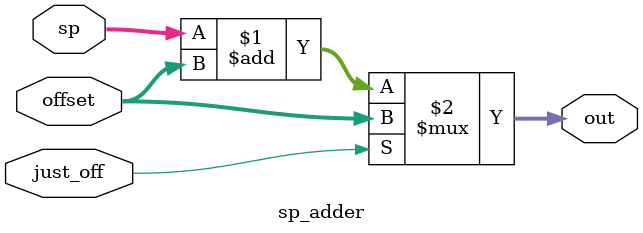
<source format=v>
module sp_adder(
	input [15:0] sp,
	input [15:0] offset,
	input just_off,
	output [15:0] out
);

assign out = just_off ? offset : (sp + offset);

endmodule

</source>
